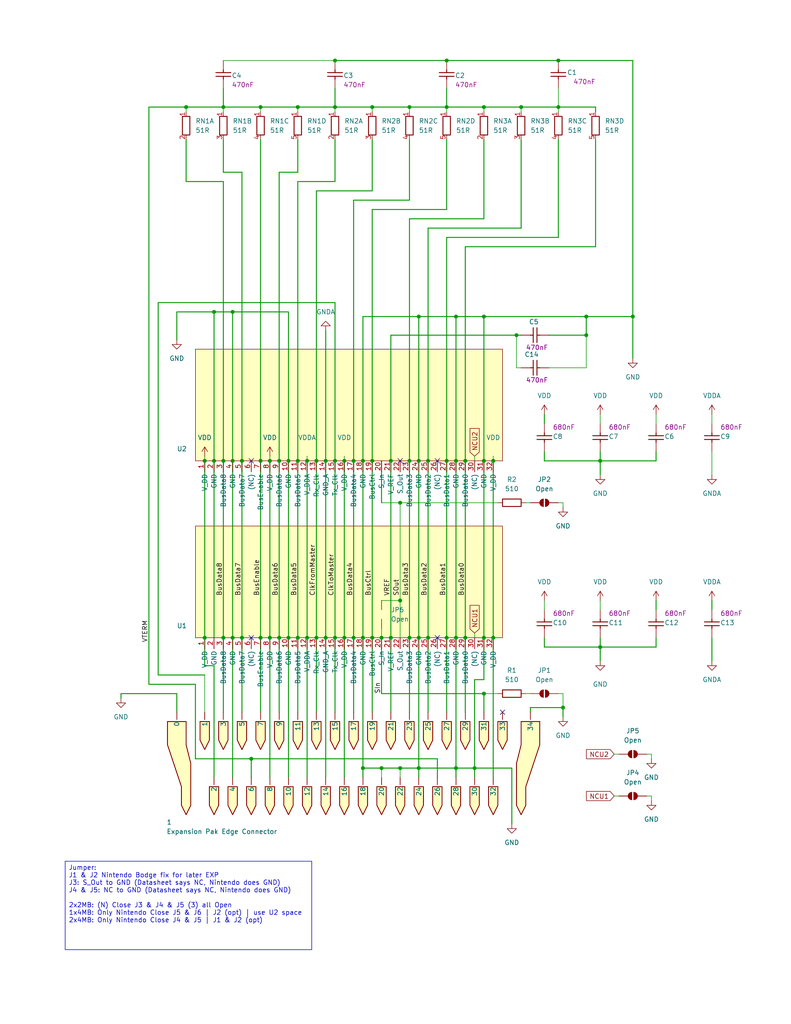
<source format=kicad_sch>
(kicad_sch (version 20250114) (generator "eeschema") (generator_version "9.0")
  (paper "A" portrait)
  (lib_symbols
    (symbol "1_MSM5718B70-60GS-K-Symbol-1_1"
      (property "Reference" "U1" (at -78.74 27.94 0))
      (symbol "1_MSM5718B70-60GS-K-Symbol-1_1_1_0"
        (pin passive line (at -71.12 25.4 270) (length 3) (name "V_DD") (number "1"))
        (pin passive line (at -68.58 25.4 270) (length 3) (name "GND") (number "2"))
        (pin passive line (at -66.04 25.4 270) (length 3) (name "BusData8") (number "3"))
        (pin passive line (at -63.5 25.4 270) (length 3) (name "GND") (number "4"))
        (pin passive line (at -60.96 25.4 270) (length 3) (name "BusData7") (number "5"))
        (pin passive line (at -58.42 25.4 270) (length 3) (name "(NC)") (number "6"))
        (pin passive line (at -55.88 25.4 270) (length 3) (name "BusEnable") (number "7"))
        (pin passive line (at -53.34 25.4 270) (length 3) (name "V_DD") (number "8"))
        (pin passive line (at -50.8 25.4 270) (length 3) (name "BusData6") (number "9"))
        (pin passive line (at -48.26 25.4 270) (length 3) (name "GND") (number "10"))
        (pin passive line (at -45.72 25.4 270) (length 3) (name "BusData5") (number "11"))
        (pin passive line (at -43.18 25.4 270) (length 3) (name "V_DDA") (number "12"))
        (pin passive line (at -40.64 25.4 270) (length 3) (name "Rx_Clk") (number "13"))
        (pin passive line (at -38.1 25.4 270) (length 3) (name "GND_A") (number "14"))
        (pin passive line (at -35.56 25.4 270) (length 3) (name "Tx_Clk") (number "15"))
        (pin passive line (at -33.02 25.4 270) (length 3) (name "V_DD") (number "16"))
        (pin passive line (at -30.48 25.4 270) (length 3) (name "BusData4") (number "17"))
        (pin passive line (at -27.94 25.4 270) (length 3) (name "GND") (number "18"))
        (pin passive line (at -25.4 25.4 270) (length 3) (name "BusCtrl") (number "19"))
        (pin passive line (at -22.86 25.4 270) (length 3) (name "S_In") (number "20"))
        (pin passive line (at -20.32 25.4 270) (length 3) (name "V_REF") (number "21"))
        (pin passive line (at -17.78 25.4 270) (length 3) (name "S_Out") (number "22"))
        (pin passive line (at -15.24 25.4 270) (length 3) (name "BusData3") (number "23"))
        (pin passive line (at -12.7 25.4 270) (length 3) (name "GND") (number "24"))
        (pin passive line (at -10.16 25.4 270) (length 3) (name "BusData2") (number "25"))
        (pin passive line (at -7.62 25.4 270) (length 3) (name "(NC)") (number "26"))
        (pin passive line (at -5.08 25.4 270) (length 3) (name "BusData1") (number "27"))
        (pin passive line (at -2.54 25.4 270) (length 3) (name "GND") (number "28"))
        (pin passive line (at 0 25.4 270) (length 3) (name "BusData0") (number "29"))
        (pin passive line (at 2.54 25.4 270) (length 3) (name "(NC)") (number "30"))
        (pin passive line (at 5.08 25.4 270) (length 3) (name "GND") (number "31"))
        (pin passive line (at 7.62 25.4 270) (length 3) (name "V_DD") (number "32"))
      )
    )
    (symbol "Symbols:0_Expansion Pak Edge Connector-Symbol-1"
      (property "Value" "0_Expansion Pak Edge Connector-Symbol-1" (at 0 0 0))
      (symbol "0_Expansion Pak Edge Connector-Symbol-1_1_0"
        (pin passive line (at -48.26 15.24 270) (length 2) (name "0") (number "0"))
        (pin passive line (at -40.64 15.24 270) (length 2) (name "1") (number "1"))
        (pin passive line (at -38.1 -2.54 270) (length 2) (name "2") (number "2"))
        (pin passive line (at -35.56 15.24 270) (length 2) (name "3") (number "3"))
        (pin passive line (at -33.02 -2.54 270) (length 2) (name "4") (number "4"))
        (pin passive line (at -30.48 15.24 270) (length 2) (name "5") (number "5"))
        (pin passive line (at -27.94 -2.54 270) (length 2) (name "6") (number "6"))
        (pin passive line (at -25.4 15.24 270) (length 2) (name "7") (number "7"))
        (pin passive line (at -22.86 -2.54 270) (length 2) (name "8") (number "8"))
        (pin passive line (at -20.32 15.24 270) (length 2) (name "9") (number "9"))
        (pin passive line (at -17.78 -2.54 270) (length 2) (name "10") (number "10"))
        (pin passive line (at -15.24 15.24 270) (length 2) (name "11") (number "11"))
        (pin passive line (at -12.7 -2.54 270) (length 2) (name "12") (number "12"))
        (pin passive line (at -10.16 15.24 270) (length 2) (name "13") (number "13"))
        (pin passive line (at -7.62 -2.54 270) (length 2) (name "14") (number "14"))
        (pin passive line (at -5.08 15.24 270) (length 2) (name "15") (number "15"))
        (pin passive line (at -2.54 -2.54 270) (length 2) (name "16") (number "16"))
        (pin passive line (at 0 15.24 270) (length 2) (name "17") (number "17"))
        (pin passive line (at 2.54 -2.54 270) (length 2) (name "18") (number "18"))
        (pin passive line (at 5.08 15.24 270) (length 2) (name "19") (number "19"))
        (pin passive line (at 7.62 -2.54 270) (length 2) (name "20") (number "20"))
        (pin passive line (at 10.16 15.24 270) (length 2) (name "21") (number "21"))
        (pin passive line (at 12.7 -2.54 270) (length 2) (name "22") (number "22"))
        (pin passive line (at 15.24 15.24 270) (length 2) (name "23") (number "23"))
        (pin passive line (at 17.78 -2.54 270) (length 2) (name "24") (number "24"))
        (pin passive line (at 20.32 15.24 270) (length 2) (name "25") (number "25"))
        (pin passive line (at 22.86 -2.54 270) (length 2) (name "26") (number "26"))
        (pin passive line (at 25.4 15.24 270) (length 2) (name "27") (number "27"))
        (pin passive line (at 27.94 -2.54 270) (length 2) (name "28") (number "28"))
        (pin passive line (at 30.48 15.24 270) (length 2) (name "29") (number "29"))
        (pin passive line (at 33.02 -2.54 270) (length 2) (name "30") (number "30"))
        (pin passive line (at 35.56 15.24 270) (length 2) (name "31") (number "31"))
        (pin passive line (at 38.1 -2.54 270) (length 2) (name "32") (number "32"))
        (pin passive line (at 40.64 15.24 270) (length 2) (name "33") (number "33"))
        (pin passive line (at 48.26 15.24 270) (length 2) (name "34") (number "34"))
      )
    )
    (symbol "Symbols:1_SYM-94265da154d84be1-1"
      (property "Value" "1_SYM-94265da154d84be1-1" (at 0 0 0))
      (symbol "1_SYM-94265da154d84be1-1_1_0"
        (pin passive line (at 0 7.62 270) (length 2.54) (name "2") (number "2"))
        (pin passive line (at 0 0 90) (length 2.54) (name "1") (number "1"))
      )
    )
    (symbol "Symbols:GND" (power) (pin_numbers (hide yes)) (pin_names (offset 0) (hide yes))
      (property "Value" "GND" (at 0 -3.81 0))
      (symbol "GND_1_1"
        (pin power_in line (at 0 0 270) (length 0) (name "~") (number "1"))
      )
    )
    (symbol "Symbols:GNDA" (power) (pin_numbers (hide yes)) (pin_names (offset 0) (hide yes))
      (property "Value" "GNDA" (at 0 -3.81 0))
      (symbol "GNDA_1_1"
        (pin power_in line (at 0 0 270) (length 0) (name "~") (number "1"))
      )
    )
    (symbol "Symbols:R" (pin_numbers (hide yes)) (pin_names (offset 0))
      (property "Reference" "R" (at 2.032 0 90))
      (property "Value" "R" (at 0 0 90))
      (symbol "R_1_1"
        (pin passive line (at 0 3.81 270) (length 1.27) (name "~") (number "1"))
        (pin passive line (at 0 -3.81 90) (length 1.27) (name "~") (number "2"))
      )
    )
    (symbol "Symbols:R_Network04_Split" (pin_names (offset 0) (hide yes))
      (property "Reference" "RN" (at 2.032 0 90))
      (property "Value" "R_Network04_Split" (at 0 0 90))
      (symbol "R_Network04_Split_0_1"
        (pin passive line (at 0 3.81 270) (length 1.27) (name "R1") (number "1"))
      )
      (symbol "R_Network04_Split_1_1"
        (pin passive line (at 0 -3.81 90) (length 1.27) (name "R1.2") (number "2"))
      )
      (symbol "R_Network04_Split_2_1"
        (pin passive line (at 0 -3.81 90) (length 1.27) (name "R2.2") (number "3"))
      )
      (symbol "R_Network04_Split_3_1"
        (pin passive line (at 0 -3.81 90) (length 1.27) (name "R3.2") (number "4"))
      )
      (symbol "R_Network04_Split_4_1"
        (pin passive line (at 0 -3.81 90) (length 1.27) (name "R4.2") (number "5"))
      )
    )
    (symbol "Symbols:SolderJumper_2_Open" (pin_numbers (hide yes)) (pin_names (offset 0) (hide yes)) (exclude_from_sim yes) (in_bom no)
      (property "Reference" "JP" (at 0 2.032 0))
      (property "Value" "SolderJumper_2_Open" (at 0 -2.54 0))
      (symbol "SolderJumper_2_Open_1_1"
        (pin passive line (at -3.81 0 0) (length 2.54) (name "A") (number "1"))
        (pin passive line (at 3.81 0 180) (length 2.54) (name "B") (number "2"))
      )
    )
    (symbol "Symbols:VDD" (power) (pin_numbers (hide yes)) (pin_names (offset 0) (hide yes))
      (property "Value" "VDD" (at 0 3.556 0))
      (symbol "VDD_1_1"
        (pin power_in line (at 0 0 90) (length 0) (name "~") (number "1"))
      )
    )
    (symbol "Symbols:VDDA" (power) (pin_numbers (hide yes)) (pin_names (offset 0) (hide yes))
      (property "Value" "VDDA" (at 0 3.556 0))
      (symbol "VDDA_1_1"
        (pin power_in line (at 0 0 90) (length 0) (name "~") (number "1"))
      )
    )
  )
  (text_box "Jumper:\nJ1 & J2 Nintendo Bodge fix for later EXP\nJ3: S_Out to GND (Datasheet says NC, Nintendo does GND)\nJ4 & J5: NC to GND (Datasheet says NC, Nintendo does GND)\n\n2x2MB: (N) Close J3 & J4 & J5 (3) all Open\n1x4MB: Only Nintendo Close J5 & J6 | J2 (opt) | use U2 space\n2x4MB: Only Nintendo Close J4 & J5 | J1 & J2 (opt)" (at 17.78 234.95 0) (size 67.31 24.13) (margins 0.9525 0.9525 0.9525 0.9525) (effects (font (size 1.27 1.27)) (justify left top)))
  (junction (at 111.76 29.21))
  (junction (at 86.36 125.73))
  (junction (at 73.66 125.73))
  (junction (at 63.5 85.09))
  (junction (at 78.74 173.99))
  (junction (at 91.44 125.73))
  (junction (at 96.52 173.99))
  (junction (at 134.62 125.73))
  (junction (at 160.02 86.36))
  (junction (at 121.92 125.73))
  (junction (at 106.68 173.99))
  (junction (at 71.12 29.21))
  (junction (at 140.97 91.44))
  (junction (at 55.88 173.99))
  (junction (at 55.88 125.73))
  (junction (at 109.22 137.16))
  (junction (at 106.68 125.73))
  (junction (at 111.76 173.99))
  (junction (at 66.04 173.99))
  (junction (at 71.12 173.99))
  (junction (at 127 173.99))
  (junction (at 114.3 173.99))
  (junction (at 91.44 16.51))
  (junction (at 73.66 173.99))
  (junction (at 121.92 29.21))
  (junction (at 152.4 29.21))
  (junction (at 116.84 173.99))
  (junction (at 127 125.73))
  (junction (at 88.9 173.99))
  (junction (at 152.4 16.51))
  (junction (at 81.28 29.21))
  (junction (at 104.14 173.99))
  (junction (at 163.83 125.73))
  (junction (at 114.3 86.36))
  (junction (at 66.04 125.73))
  (junction (at 109.22 163.83))
  (junction (at 78.74 125.73))
  (junction (at 60.96 29.21))
  (junction (at 121.92 173.99))
  (junction (at 132.08 189.23))
  (junction (at 104.14 209.55))
  (junction (at 101.6 125.73))
  (junction (at 91.44 173.99))
  (junction (at 83.82 173.99))
  (junction (at 63.5 125.73))
  (junction (at 124.46 125.73))
  (junction (at 124.46 173.99))
  (junction (at 160.02 91.44))
  (junction (at 99.06 125.73))
  (junction (at 163.83 176.53))
  (junction (at 93.98 173.99))
  (junction (at 68.58 207.01))
  (junction (at 114.3 209.55))
  (junction (at 101.6 29.21))
  (junction (at 63.5 173.99))
  (junction (at 134.62 173.99))
  (junction (at 91.44 29.21))
  (junction (at 132.08 86.36))
  (junction (at 76.2 125.73))
  (junction (at 86.36 173.99))
  (junction (at 124.46 86.36))
  (junction (at 111.76 125.73))
  (junction (at 109.22 209.55))
  (junction (at 101.6 173.99))
  (junction (at 129.54 209.55))
  (junction (at 50.8 29.21))
  (junction (at 132.08 173.99))
  (junction (at 116.84 125.73))
  (junction (at 99.06 173.99))
  (junction (at 71.12 125.73))
  (junction (at 153.67 193.04))
  (junction (at 81.28 125.73))
  (junction (at 121.92 16.51))
  (junction (at 96.52 125.73))
  (junction (at 60.96 125.73))
  (junction (at 124.46 209.55))
  (junction (at 99.06 209.55))
  (junction (at 114.3 125.73))
  (junction (at 81.28 173.99))
  (junction (at 88.9 125.73))
  (junction (at 76.2 173.99))
  (junction (at 58.42 125.73))
  (junction (at 172.72 86.36))
  (junction (at 60.96 173.99))
  (junction (at 93.98 125.73))
  (junction (at 58.42 85.09))
  (junction (at 132.08 29.21))
  (junction (at 83.82 125.73))
  (junction (at 132.08 125.73))
  (junction (at 142.24 29.21))
  (no_connect (at 68.58 173.99))
  (no_connect (at 109.22 125.73))
  (no_connect (at 119.38 173.99))
  (no_connect (at 119.38 125.73))
  (no_connect (at 137.16 194.31))
  (no_connect (at 68.58 125.73))
  (wire (pts (xy 33.02 189.23) (xy 33.02 190.5)) (stroke (width 0.254)))
  (wire (pts (xy 114.3 125.73) (xy 114.3 173.99)) (stroke (width 0.254)))
  (wire (pts (xy 88.9 90.17) (xy 88.9 125.73)) (stroke (width 0.254)))
  (wire (pts (xy 101.6 29.21) (xy 111.76 29.21)) (stroke (width 0.254)))
  (wire (pts (xy 83.82 125.73) (xy 83.82 173.99)) (stroke (width 0.254)))
  (wire (pts (xy 53.34 186.69) (xy 40.64 186.69)) (stroke (width 0.254)))
  (wire (pts (xy 144.78 194.31) (xy 144.78 193.04)) (stroke (width 0.254)))
  (wire (pts (xy 93.98 173.99) (xy 93.98 212.09)) (stroke (width 0.254)))
  (wire (pts (xy 121.92 29.21) (xy 132.08 29.21)) (stroke (width 0.254)))
  (wire (pts (xy 194.31 113.03) (xy 194.31 115.57)))
  (wire (pts (xy 91.44 24.13) (xy 91.44 29.21)) (stroke (width 0.254)))
  (wire (pts (xy 63.5 85.09) (xy 63.5 125.73)) (stroke (width 0.254)))
  (wire (pts (xy 81.28 49.53) (xy 81.28 125.73)) (stroke (width 0.254)))
  (wire (pts (xy 114.3 209.55) (xy 124.46 209.55)) (stroke (width 0.254)))
  (wire (pts (xy 71.12 29.21) (xy 81.28 29.21)) (stroke (width 0.254)))
  (wire (pts (xy 86.36 52.07) (xy 86.36 125.73)) (stroke (width 0.254)))
  (wire (pts (xy 121.92 24.13) (xy 121.92 29.21)) (stroke (width 0.254)))
  (wire (pts (xy 179.07 176.53) (xy 163.83 176.53)) (stroke (width 0.254)))
  (wire (pts (xy 83.82 173.99) (xy 83.82 212.09)) (stroke (width 0.254)))
  (wire (pts (xy 60.96 16.51) (xy 91.44 16.51)))
  (wire (pts (xy 106.68 91.44) (xy 140.97 91.44)) (stroke (width 0.254)))
  (wire (pts (xy 86.36 52.07) (xy 101.6 52.07)) (stroke (width 0.254)))
  (wire (pts (xy 55.88 184.15) (xy 43.18 184.15)) (stroke (width 0.254)))
  (wire (pts (xy 152.4 38.1) (xy 152.4 64.77)) (stroke (width 0.254)))
  (wire (pts (xy 58.42 85.09) (xy 63.5 85.09)) (stroke (width 0.254)))
  (wire (pts (xy 99.06 209.55) (xy 104.14 209.55)) (stroke (width 0.254)))
  (wire (pts (xy 109.22 137.16) (xy 135.89 137.16)))
  (wire (pts (xy 93.98 124.46) (xy 93.98 125.73)))
  (wire (pts (xy 194.31 123.19) (xy 194.31 129.54)))
  (wire (pts (xy 116.84 173.99) (xy 116.84 194.31)) (stroke (width 0.254)))
  (wire (pts (xy 160.02 86.36) (xy 172.72 86.36)) (stroke (width 0.254)))
  (wire (pts (xy 143.51 189.23) (xy 144.78 189.23)))
  (wire (pts (xy 148.59 125.73) (xy 148.59 123.19)) (stroke (width 0.254)))
  (wire (pts (xy 109.22 137.16) (xy 109.22 163.83)))
  (wire (pts (xy 116.84 62.23) (xy 116.84 125.73)) (stroke (width 0.254)))
  (wire (pts (xy 134.62 124.46) (xy 134.62 125.73)))
  (wire (pts (xy 109.22 209.55) (xy 109.22 212.09)))
  (wire (pts (xy 194.31 166.37) (xy 194.31 163.83)) (stroke (width 0.254)))
  (wire (pts (xy 40.64 186.69) (xy 40.64 29.21)) (stroke (width 0.254)))
  (wire (pts (xy 111.76 59.69) (xy 132.08 59.69)) (stroke (width 0.254)))
  (wire (pts (xy 163.83 125.73) (xy 163.83 129.54)) (stroke (width 0.254)))
  (wire (pts (xy 148.59 176.53) (xy 148.59 173.99)) (stroke (width 0.254)))
  (wire (pts (xy 140.97 91.44) (xy 140.97 100.33)))
  (wire (pts (xy 132.08 189.23) (xy 132.08 194.31)) (stroke (width 0.254)))
  (wire (pts (xy 163.83 176.53) (xy 148.59 176.53)) (stroke (width 0.254)))
  (wire (pts (xy 60.96 29.21) (xy 60.96 30.48)))
  (wire (pts (xy 152.4 24.13) (xy 152.4 29.21)))
  (wire (pts (xy 127 125.73) (xy 127 173.99)) (stroke (width 0.254)))
  (wire (pts (xy 132.08 173.99) (xy 132.08 185.42)) (stroke (width 0.254)))
  (wire (pts (xy 40.64 29.21) (xy 50.8 29.21)) (stroke (width 0.254)))
  (wire (pts (xy 55.88 124.46) (xy 55.88 125.73)))
  (wire (pts (xy 124.46 173.99) (xy 124.46 209.55)) (stroke (width 0.254)))
  (wire (pts (xy 121.92 64.77) (xy 152.4 64.77)) (stroke (width 0.254)))
  (wire (pts (xy 109.22 209.55) (xy 114.3 209.55)) (stroke (width 0.254)))
  (wire (pts (xy 142.24 38.1) (xy 142.24 62.23)) (stroke (width 0.254)))
  (wire (pts (xy 58.42 181.61) (xy 55.88 181.61)) (stroke (width 0.254)))
  (wire (pts (xy 71.12 173.99) (xy 71.12 194.31)) (stroke (width 0.254)))
  (wire (pts (xy 124.46 86.36) (xy 124.46 125.73)) (stroke (width 0.254)))
  (wire (pts (xy 143.51 137.16) (xy 144.78 137.16)))
  (wire (pts (xy 121.92 125.73) (xy 121.92 173.99)) (stroke (width 0.254)))
  (wire (pts (xy 73.66 173.99) (xy 73.66 212.09)) (stroke (width 0.254)))
  (wire (pts (xy 153.67 193.04) (xy 153.67 195.58)) (stroke (width 0.254)))
  (wire (pts (xy 153.67 138.43) (xy 153.67 137.16)))
  (wire (pts (xy 132.08 59.69) (xy 132.08 38.1)) (stroke (width 0.254)))
  (wire (pts (xy 81.28 29.21) (xy 91.44 29.21)) (stroke (width 0.254)))
  (wire (pts (xy 63.5 173.99) (xy 63.5 212.09)) (stroke (width 0.254)))
  (wire (pts (xy 129.54 185.42) (xy 132.08 185.42)) (stroke (width 0.254)))
  (wire (pts (xy 66.04 46.99) (xy 66.04 125.73)) (stroke (width 0.254)))
  (wire (pts (xy 148.59 163.83) (xy 148.59 166.37)))
  (wire (pts (xy 60.96 125.73) (xy 60.96 173.99)) (stroke (width 0.254)))
  (wire (pts (xy 93.98 125.73) (xy 93.98 173.99)) (stroke (width 0.254)))
  (wire (pts (xy 96.52 54.61) (xy 96.52 125.73)) (stroke (width 0.254)))
  (wire (pts (xy 91.44 125.73) (xy 91.44 173.99)) (stroke (width 0.254)))
  (wire (pts (xy 132.08 86.36) (xy 132.08 125.73)) (stroke (width 0.254)))
  (wire (pts (xy 134.62 125.73) (xy 134.62 173.99)) (stroke (width 0.254)))
  (wire (pts (xy 148.59 113.03) (xy 148.59 115.57)) (stroke (width 0.254)))
  (wire (pts (xy 144.78 193.04) (xy 153.67 193.04)) (stroke (width 0.254)))
  (wire (pts (xy 78.74 173.99) (xy 78.74 212.09)) (stroke (width 0.254)))
  (wire (pts (xy 78.74 125.73) (xy 78.74 173.99)) (stroke (width 0.254)))
  (wire (pts (xy 91.44 82.55) (xy 91.44 125.73)) (stroke (width 0.254)))
  (wire (pts (xy 114.3 86.36) (xy 124.46 86.36)) (stroke (width 0.254)))
  (wire (pts (xy 101.6 125.73) (xy 101.6 173.99)) (stroke (width 0.254)))
  (wire (pts (xy 172.72 16.51) (xy 172.72 86.36)) (stroke (width 0.254)))
  (wire (pts (xy 60.96 49.53) (xy 60.96 125.73)) (stroke (width 0.254)))
  (wire (pts (xy 177.8 217.17) (xy 176.53 217.17)))
  (wire (pts (xy 68.58 207.01) (xy 68.58 212.09)) (stroke (width 0.254)))
  (wire (pts (xy 124.46 86.36) (xy 132.08 86.36)) (stroke (width 0.254)))
  (wire (pts (xy 55.88 173.99) (xy 55.88 181.61)) (stroke (width 0.254)))
  (wire (pts (xy 91.44 38.1) (xy 91.44 49.53)) (stroke (width 0.254)))
  (wire (pts (xy 71.12 38.1) (xy 71.12 125.73)) (stroke (width 0.254)))
  (wire (pts (xy 81.28 125.73) (xy 81.28 173.99)) (stroke (width 0.254)))
  (wire (pts (xy 132.08 125.73) (xy 132.08 173.99)) (stroke (width 0.254)))
  (wire (pts (xy 104.14 137.16) (xy 109.22 137.16)))
  (wire (pts (xy 153.67 137.16) (xy 152.4 137.16)))
  (wire (pts (xy 142.24 100.33) (xy 140.97 100.33)))
  (wire (pts (xy 81.28 38.1) (xy 81.28 46.99)) (stroke (width 0.254)))
  (wire (pts (xy 162.56 29.21) (xy 162.56 30.48)) (stroke (width 0.254)))
  (wire (pts (xy 60.96 173.99) (xy 60.96 194.31)) (stroke (width 0.254)))
  (wire (pts (xy 106.68 125.73) (xy 106.68 173.99)) (stroke (width 0.254)))
  (wire (pts (xy 167.64 205.74) (xy 168.91 205.74)))
  (wire (pts (xy 66.04 173.99) (xy 66.04 194.31)) (stroke (width 0.254)))
  (wire (pts (xy 88.9 125.73) (xy 88.9 173.99)) (stroke (width 0.254)))
  (wire (pts (xy 48.26 85.09) (xy 58.42 85.09)) (stroke (width 0.254)))
  (wire (pts (xy 48.26 92.71) (xy 48.26 85.09)) (stroke (width 0.254)))
  (wire (pts (xy 43.18 82.55) (xy 43.18 184.15)) (stroke (width 0.254)))
  (wire (pts (xy 66.04 46.99) (xy 60.96 46.99)) (stroke (width 0.254)))
  (wire (pts (xy 81.28 29.21) (xy 81.28 30.48)))
  (wire (pts (xy 99.06 86.36) (xy 99.06 125.73)) (stroke (width 0.254)))
  (wire (pts (xy 163.83 113.03) (xy 163.83 115.57)))
  (wire (pts (xy 179.07 166.37) (xy 179.07 163.83)) (stroke (width 0.254)))
  (wire (pts (xy 86.36 125.73) (xy 86.36 173.99)) (stroke (width 0.254)))
  (wire (pts (xy 153.67 189.23) (xy 153.67 193.04)))
  (wire (pts (xy 139.7 224.79) (xy 139.7 209.55)) (stroke (width 0.254)))
  (wire (pts (xy 50.8 29.21) (xy 60.96 29.21)) (stroke (width 0.254)))
  (wire (pts (xy 149.86 100.33) (xy 160.02 100.33)))
  (wire (pts (xy 86.36 173.99) (xy 86.36 194.31)) (stroke (width 0.254)))
  (wire (pts (xy 63.5 125.73) (xy 63.5 173.99)) (stroke (width 0.254)))
  (wire (pts (xy 104.14 173.99) (xy 104.14 189.23)) (stroke (width 0.254)))
  (wire (pts (xy 50.8 29.21) (xy 50.8 30.48)))
  (wire (pts (xy 162.56 38.1) (xy 162.56 67.31)) (stroke (width 0.254)))
  (wire (pts (xy 152.4 30.48) (xy 152.4 29.21)))
  (wire (pts (xy 129.54 124.46) (xy 129.54 125.73)))
  (wire (pts (xy 179.07 113.03) (xy 179.07 115.57)))
  (wire (pts (xy 132.08 30.48) (xy 132.08 29.21)))
  (wire (pts (xy 50.8 38.1) (xy 50.8 49.53)) (stroke (width 0.254)))
  (wire (pts (xy 60.96 24.13) (xy 60.96 29.21)) (stroke (width 0.254)))
  (wire (pts (xy 114.3 173.99) (xy 114.3 209.55)) (stroke (width 0.254)))
  (wire (pts (xy 53.34 207.01) (xy 68.58 207.01)) (stroke (width 0.254)))
  (wire (pts (xy 179.07 123.19) (xy 179.07 125.73)) (stroke (width 0.254)))
  (wire (pts (xy 99.06 209.55) (xy 99.06 212.09)))
  (wire (pts (xy 142.24 29.21) (xy 152.4 29.21)) (stroke (width 0.254)))
  (wire (pts (xy 78.74 85.09) (xy 78.74 125.73)) (stroke (width 0.254)))
  (wire (pts (xy 101.6 57.15) (xy 121.92 57.15)) (stroke (width 0.254)))
  (wire (pts (xy 99.06 173.99) (xy 99.06 209.55)) (stroke (width 0.254)))
  (wire (pts (xy 76.2 125.73) (xy 76.2 173.99)) (stroke (width 0.254)))
  (wire (pts (xy 129.54 172.72) (xy 129.54 173.99)))
  (wire (pts (xy 43.18 82.55) (xy 91.44 82.55)) (stroke (width 0.254)))
  (wire (pts (xy 121.92 30.48) (xy 121.92 29.21)))
  (wire (pts (xy 101.6 173.99) (xy 101.6 194.31)) (stroke (width 0.254)))
  (wire (pts (xy 81.28 173.99) (xy 81.28 194.31)) (stroke (width 0.254)))
  (wire (pts (xy 127 173.99) (xy 127 194.31)) (stroke (width 0.254)))
  (wire (pts (xy 163.83 176.53) (xy 163.83 180.34)) (stroke (width 0.254)))
  (wire (pts (xy 119.38 207.01) (xy 119.38 212.09)) (stroke (width 0.254)))
  (wire (pts (xy 106.68 173.99) (xy 106.68 194.31)) (stroke (width 0.254)))
  (wire (pts (xy 179.07 173.99) (xy 179.07 176.53)) (stroke (width 0.254)))
  (wire (pts (xy 111.76 29.21) (xy 121.92 29.21)) (stroke (width 0.254)))
  (wire (pts (xy 132.08 86.36) (xy 160.02 86.36)) (stroke (width 0.254)))
  (wire (pts (xy 91.44 16.51) (xy 121.92 16.51)) (stroke (width 0.254)))
  (wire (pts (xy 76.2 173.99) (xy 76.2 194.31)) (stroke (width 0.254)))
  (wire (pts (xy 73.66 124.46) (xy 73.66 125.73)))
  (wire (pts (xy 104.14 125.73) (xy 104.14 137.16)) (stroke (width 0.254)))
  (wire (pts (xy 104.14 171.45) (xy 104.14 173.99)))
  (wire (pts (xy 114.3 209.55) (xy 114.3 212.09)))
  (wire (pts (xy 104.14 209.55) (xy 104.14 212.09)))
  (wire (pts (xy 76.2 46.99) (xy 76.2 125.73)) (stroke (width 0.254)))
  (wire (pts (xy 66.04 125.73) (xy 66.04 173.99)) (stroke (width 0.254)))
  (wire (pts (xy 68.58 207.01) (xy 119.38 207.01)) (stroke (width 0.254)))
  (wire (pts (xy 58.42 85.09) (xy 58.42 125.73)) (stroke (width 0.254)))
  (wire (pts (xy 91.44 173.99) (xy 91.44 194.31)) (stroke (width 0.254)))
  (wire (pts (xy 96.52 54.61) (xy 111.76 54.61)) (stroke (width 0.254)))
  (wire (pts (xy 111.76 125.73) (xy 111.76 173.99)) (stroke (width 0.254)))
  (wire (pts (xy 127 67.31) (xy 162.56 67.31)) (stroke (width 0.254)))
  (wire (pts (xy 179.07 125.73) (xy 163.83 125.73)) (stroke (width 0.254)))
  (wire (pts (xy 48.26 189.23) (xy 33.02 189.23)) (stroke (width 0.254)))
  (wire (pts (xy 152.4 189.23) (xy 153.67 189.23)))
  (wire (pts (xy 124.46 209.55) (xy 129.54 209.55)) (stroke (width 0.254)))
  (wire (pts (xy 167.64 217.17) (xy 168.91 217.17)))
  (wire (pts (xy 129.54 209.55) (xy 129.54 212.09)))
  (wire (pts (xy 104.14 163.83) (xy 109.22 163.83)))
  (wire (pts (xy 60.96 38.1) (xy 60.96 46.99)) (stroke (width 0.254)))
  (wire (pts (xy 48.26 194.31) (xy 48.26 189.23)) (stroke (width 0.254)))
  (wire (pts (xy 124.46 125.73) (xy 124.46 173.99)) (stroke (width 0.254)))
  (wire (pts (xy 132.08 29.21) (xy 142.24 29.21)) (stroke (width 0.254)))
  (wire (pts (xy 124.46 209.55) (xy 124.46 212.09)) (stroke (width 0.254)))
  (wire (pts (xy 160.02 86.36) (xy 160.02 91.44)) (stroke (width 0.254)))
  (wire (pts (xy 163.83 125.73) (xy 163.83 123.19)) (stroke (width 0.254)))
  (wire (pts (xy 83.82 124.46) (xy 83.82 125.73)))
  (wire (pts (xy 55.88 184.15) (xy 55.88 194.31)))
  (wire (pts (xy 91.44 29.21) (xy 101.6 29.21)) (stroke (width 0.254)))
  (wire (pts (xy 177.8 218.44) (xy 177.8 217.17)))
  (wire (pts (xy 132.08 189.23) (xy 135.89 189.23)))
  (wire (pts (xy 129.54 212.09) (xy 129.54 209.55)) (stroke (width 0.254)))
  (wire (pts (xy 152.4 29.21) (xy 162.56 29.21)) (stroke (width 0.254)))
  (wire (pts (xy 99.06 86.36) (xy 114.3 86.36)) (stroke (width 0.254)))
  (wire (pts (xy 91.44 30.48) (xy 91.44 29.21)))
  (wire (pts (xy 58.42 212.09) (xy 58.42 181.61)) (stroke (width 0.254)))
  (wire (pts (xy 58.42 125.73) (xy 58.42 173.99)) (stroke (width 0.254)))
  (wire (pts (xy 163.83 163.83) (xy 163.83 166.37)))
  (wire (pts (xy 177.8 207.01) (xy 177.8 205.74)))
  (wire (pts (xy 124.46 209.55) (xy 124.46 212.09)))
  (wire (pts (xy 111.76 59.69) (xy 111.76 125.73)) (stroke (width 0.254)))
  (wire (pts (xy 71.12 29.21) (xy 71.12 30.48)))
  (wire (pts (xy 104.14 189.23) (xy 132.08 189.23)) (stroke (width 0.254)))
  (wire (pts (xy 88.9 173.99) (xy 88.9 212.09)) (stroke (width 0.254)))
  (wire (pts (xy 96.52 173.99) (xy 96.52 194.31)) (stroke (width 0.254)))
  (wire (pts (xy 121.92 16.51) (xy 152.4 16.51)) (stroke (width 0.254)))
  (wire (pts (xy 142.24 30.48) (xy 142.24 29.21)))
  (wire (pts (xy 127 67.31) (xy 127 125.73)) (stroke (width 0.254)))
  (wire (pts (xy 121.92 64.77) (xy 121.92 125.73)) (stroke (width 0.254)))
  (wire (pts (xy 73.66 125.73) (xy 73.66 173.99)) (stroke (width 0.254)))
  (wire (pts (xy 55.88 125.73) (xy 55.88 173.99)) (stroke (width 0.254)))
  (wire (pts (xy 71.12 125.73) (xy 71.12 173.99)) (stroke (width 0.254)))
  (wire (pts (xy 163.83 125.73) (xy 148.59 125.73)) (stroke (width 0.254)))
  (wire (pts (xy 60.96 49.53) (xy 50.8 49.53)) (stroke (width 0.254)))
  (wire (pts (xy 60.96 29.21) (xy 71.12 29.21)) (stroke (width 0.254)))
  (wire (pts (xy 101.6 38.1) (xy 101.6 52.07)) (stroke (width 0.254)))
  (wire (pts (xy 134.62 173.99) (xy 134.62 212.09)) (stroke (width 0.254)))
  (wire (pts (xy 101.6 57.15) (xy 101.6 125.73)) (stroke (width 0.254)))
  (wire (pts (xy 121.92 173.99) (xy 121.92 194.31)) (stroke (width 0.254)))
  (wire (pts (xy 194.31 180.34) (xy 194.31 173.99)) (stroke (width 0.254)))
  (wire (pts (xy 99.06 125.73) (xy 99.06 173.99)) (stroke (width 0.254)))
  (wire (pts (xy 160.02 91.44) (xy 149.86 91.44)) (stroke (width 0.254)))
  (wire (pts (xy 152.4 16.51) (xy 172.72 16.51)) (stroke (width 0.254)))
  (wire (pts (xy 111.76 30.48) (xy 111.76 29.21)))
  (wire (pts (xy 99.06 212.09) (xy 99.06 209.55)) (stroke (width 0.254)))
  (wire (pts (xy 140.97 91.44) (xy 142.24 91.44)) (stroke (width 0.254)))
  (wire (pts (xy 116.84 62.23) (xy 142.24 62.23)) (stroke (width 0.254)))
  (wire (pts (xy 163.83 176.53) (xy 163.83 173.99)) (stroke (width 0.254)))
  (wire (pts (xy 114.3 86.36) (xy 114.3 125.73)) (stroke (width 0.254)))
  (wire (pts (xy 111.76 173.99) (xy 111.76 194.31)) (stroke (width 0.254)))
  (wire (pts (xy 109.22 163.83) (xy 109.22 173.99)))
  (wire (pts (xy 160.02 100.33) (xy 160.02 91.44)))
  (wire (pts (xy 106.68 91.44) (xy 106.68 125.73)) (stroke (width 0.254)))
  (wire (pts (xy 101.6 30.48) (xy 101.6 29.21)))
  (wire (pts (xy 63.5 85.09) (xy 78.74 85.09)) (stroke (width 0.254)))
  (wire (pts (xy 53.34 207.01) (xy 53.34 186.69)) (stroke (width 0.254)))
  (wire (pts (xy 111.76 38.1) (xy 111.76 54.61)) (stroke (width 0.254)))
  (wire (pts (xy 96.52 125.73) (xy 96.52 173.99)) (stroke (width 0.254)))
  (wire (pts (xy 114.3 209.55) (xy 114.3 212.09)) (stroke (width 0.254)))
  (wire (pts (xy 172.72 86.36) (xy 172.72 97.79)) (stroke (width 0.254)))
  (wire (pts (xy 76.2 46.99) (xy 81.28 46.99)) (stroke (width 0.254)))
  (wire (pts (xy 129.54 209.55) (xy 129.54 185.42)) (stroke (width 0.254)))
  (wire (pts (xy 177.8 205.74) (xy 176.53 205.74)))
  (wire (pts (xy 104.14 209.55) (xy 109.22 209.55)) (stroke (width 0.254)))
  (wire (pts (xy 129.54 209.55) (xy 139.7 209.55)) (stroke (width 0.254)))
  (wire (pts (xy 81.28 49.53) (xy 91.44 49.53)) (stroke (width 0.254)))
  (wire (pts (xy 116.84 125.73) (xy 116.84 173.99)) (stroke (width 0.254)))
  (wire (pts (xy 121.92 57.15) (xy 121.92 38.1)) (stroke (width 0.254)))
  (label "BusData4" (at 96.52 162.56 90))
  (label "ClkToMaster" (at 91.44 162.56 90))
  (label "VREF" (at 106.68 162.56 90))
  (label "BusData7" (at 66.04 162.56 90))
  (label "BusEnable" (at 71.12 162.56 90))
  (label "SOut" (at 109.22 162.56 90))
  (label "VTERM" (at 40.64 175.26 90))
  (label "BusData8" (at 60.96 162.56 90))
  (label "BusData6" (at 76.2 162.56 90))
  (label "BusCtrl" (at 101.6 162.56 90))
  (label "BusData3" (at 111.76 162.56 90))
  (label "SIn" (at 104.14 189.23 90))
  (label "BusData0" (at 127 162.56 90))
  (label "BusData1" (at 121.92 162.56 90))
  (label "BusData5" (at 81.28 162.56 90))
  (label "ClkFromMaster" (at 86.36 162.56 90))
  (label "BusData2" (at 116.84 162.56 90))
  (global_label "NCU1" (shape input) (at 167.64 217.17 180) (property "Intersheetrefs" "${INTERSHEET_REFS}" (effects (hide yes))))
  (global_label "NCU1" (shape input) (at 129.54 172.72 90) (property "Intersheetrefs" "${INTERSHEET_REFS}" (effects (hide yes))))
  (global_label "NCU2" (shape input) (at 129.54 124.46 90) (property "Intersheetrefs" "${INTERSHEET_REFS}" (effects (hide yes))))
  (global_label "NCU2" (shape input) (at 167.64 205.74 180) (property "Intersheetrefs" "${INTERSHEET_REFS}" (effects (hide yes))))
  (symbol (lib_id "Symbols:1_SYM-94265da154d84be1-1") (at 152.4 16.51 180) (unit 1)
    (property "Reference" "C1" (at 157.48 19.05 0) (effects (justify left bottom)))
    (property "Value" "470nF" (effects (hide yes)))
    (property "Footprint" "Capacitor_SMD:C_0603_1608Metric" (effects (hide yes)))
    (property "CAPACITANCE" "470nF" (at 162.56 21.59 0) (effects (justify left bottom)))
    (property "OCTOPART URL" "https://octopart.com/c0805c185k8pac7800-kemet-25528867" (effects (hide yes)))
    (property "MOUNTING STYLE" "Surface Mount" (effects (hide yes)))
    (property "CASE/PACKAGE" "0805" (effects (hide yes)))
    (property "LCSC" "C1623" (effects (hide yes)))
  )
  (symbol (lib_id "Symbols:R_Network04_Split") (at 111.76 34.29 0) (unit 3)
    (property "Reference" "RN2" (at 114.3 33.0199 0) (effects (justify left)))
    (property "Value" "51R" (at 114.3 35.5599 0) (effects (justify left)))
    (property "Footprint" "Footprints:R_Array_Convex_4x0603_common" (effects (hide yes)))
    (property "Datasheet" "http://www.vishay.com/docs/31509/csc.pdf" (effects (hide yes)))
    (property "Description" "4 resistor network, star topology, bussed resistors, split" (effects (hide yes)))
    (property "LCSC" "C309683" (effects (hide yes)))
  )
  (symbol (lib_id "Symbols:GND") (at 163.83 129.54 0) (unit 1)
    (property "Reference" "#PWR024" (effects (hide yes)))
    (property "Value" "GND" (at 163.83 134.62 0))
    (property "Description" "Power symbol creates a global label with name \"GND\" , ground" (effects (hide yes)))
  )
  (symbol (lib_id "Symbols:1_SYM-94265da154d84be1-1") (at 91.44 24.13 0) (unit 1)
    (property "Reference" "C3" (at 93.726 21.336 0) (effects (justify left bottom)))
    (property "Value" "470nF" (effects (hide yes)))
    (property "Footprint" "Capacitor_SMD:C_0603_1608Metric" (effects (hide yes)))
    (property "CAPACITANCE" "470nF" (at 93.726 23.876 0) (effects (justify left bottom)))
    (property "OCTOPART URL" "https://octopart.com/c0805c185k8pac7800-kemet-25528867" (effects (hide yes)))
    (property "MOUNTING STYLE" "Surface Mount" (effects (hide yes)))
    (property "CASE/PACKAGE" "0805" (effects (hide yes)))
    (property "LCSC" "C1623" (effects (hide yes)))
  )
  (symbol (lib_id "Symbols:1_SYM-94265da154d84be1-1") (at 60.96 24.13 0) (unit 1)
    (property "Reference" "C4" (at 63.246 21.336 0) (effects (justify left bottom)))
    (property "Value" "470nF" (effects (hide yes)))
    (property "Footprint" "Capacitor_SMD:C_0603_1608Metric" (effects (hide yes)))
    (property "CAPACITANCE" "470nF" (at 63.246 23.876 0) (effects (justify left bottom)))
    (property "OCTOPART URL" "https://octopart.com/c0805c185k8pac7800-kemet-25528867" (effects (hide yes)))
    (property "MOUNTING STYLE" "Surface Mount" (effects (hide yes)))
    (property "CASE/PACKAGE" "0805" (effects (hide yes)))
    (property "LCSC" "C1623" (effects (hide yes)))
  )
  (symbol (lib_id "Symbols:SolderJumper_2_Open") (at 148.59 189.23 0) (unit 1) (exclude_from_sim yes) (in_bom no)
    (property "Reference" "JP1" (at 148.59 182.88 0))
    (property "Value" "Open" (at 148.59 185.42 0))
    (property "Footprint" "Footprints:SolderJumper-tiny" (effects (hide yes)))
    (property "Description" "Solder Jumper, 2-pole, open" (effects (hide yes)))
  )
  (symbol (lib_id "Symbols:GND") (at 48.26 92.71 0) (unit 1)
    (property "Reference" "#PWR02" (effects (hide yes)))
    (property "Value" "GND" (at 48.26 97.79 0))
    (property "Description" "Power symbol creates a global label with name \"GND\" , ground" (effects (hide yes)))
  )
  (symbol (lib_id "Symbols:VDD") (at 73.66 124.46 0) (unit 1)
    (property "Reference" "#PWR010" (effects (hide yes)))
    (property "Value" "VDD" (at 73.66 119.38 0))
    (property "Description" "Power symbol creates a global label with name \"VDD\"" (effects (hide yes)))
  )
  (symbol (lib_id "Symbols:R_Network04_Split") (at 50.8 34.29 0) (unit 1)
    (property "Reference" "RN1" (at 53.34 33.0199 0) (effects (justify left)))
    (property "Value" "51R" (at 53.34 35.5599 0) (effects (justify left)))
    (property "Footprint" "Footprints:R_Array_Convex_4x0603_common" (effects (hide yes)))
    (property "Datasheet" "http://www.vishay.com/docs/31509/csc.pdf" (effects (hide yes)))
    (property "Description" "4 resistor network, star topology, bussed resistors, split" (effects (hide yes)))
    (property "LCSC" "C309683" (effects (hide yes)))
  )
  (symbol (lib_id "Symbols:R_Network04_Split") (at 121.92 34.29 0) (unit 4)
    (property "Reference" "RN2" (at 124.46 33.0199 0) (effects (justify left)))
    (property "Value" "51R" (at 124.46 35.5599 0) (effects (justify left)))
    (property "Footprint" "Footprints:R_Array_Convex_4x0603_common" (effects (hide yes)))
    (property "Datasheet" "http://www.vishay.com/docs/31509/csc.pdf" (effects (hide yes)))
    (property "Description" "4 resistor network, star topology, bussed resistors, split" (effects (hide yes)))
    (property "LCSC" "C309683" (effects (hide yes)))
  )
  (symbol (lib_id "Symbols:R") (at 139.7 137.16 90) (unit 1)
    (property "Reference" "R2" (at 139.7 130.81 90))
    (property "Value" "510" (at 139.7 133.35 90))
    (property "Footprint" "Resistor_SMD:R_0603_1608Metric" (effects (hide yes)))
    (property "Description" "Resistor" (effects (hide yes)))
    (property "LCSC" "C23193" (effects (hide yes)))
  )
  (symbol (lib_name "1_MSM5718B70-60GS-K-Symbol-1_1") (lib_id "Symbols:1_MSM5718B70-60GS-K-Symbol-1_1") (at 127 199.39 0) (unit 1)
    (property "Reference" "U1" (at 48.26 171.45 0) (effects (justify left bottom)))
    (property "Value" "MSM5718B70-60GS-K" (effects (hide yes)))
    (property "Footprint" "Footprints:N64_RDRAM" (effects (hide yes)))
    (property "MANUFACTURER PART NUMBER" "MSM5718B70-60GS-K" (effects (hide yes)))
    (property "OCTOPARTID" "1602df356a6ec9c5" (effects (hide yes)))
    (property "OCTOPART URL" "https://octopart.com/msm5718b70-60gs-k-oki+semiconductor-4020490" (effects (hide yes)))
  )
  (symbol (lib_id "Symbols:1_SYM-94265da154d84be1-1") (at 149.86 91.44 90) (unit 1)
    (property "Reference" "C5" (at 147.066 87.08 90) (effects (justify left bottom)))
    (property "Value" "470nF" (effects (hide yes)))
    (property "Footprint" "Capacitor_SMD:C_0603_1608Metric" (effects (hide yes)))
    (property "CAPACITANCE" "470nF" (at 149.606 94.08 90) (effects (justify left bottom)))
    (property "OCTOPART URL" "https://octopart.com/c0805c185k8pac7800-kemet-25528867" (effects (hide yes)))
    (property "MOUNTING STYLE" "Surface Mount" (effects (hide yes)))
    (property "CASE/PACKAGE" "0805" (effects (hide yes)))
    (property "LCSC" "C1623" (effects (hide yes)))
  )
  (symbol (lib_id "Symbols:1_SYM-94265da154d84be1-1") (at 179.07 115.57 0) (mirror x) (unit 1)
    (property "Reference" "C6" (at 181.356 118.364 0) (effects (justify left bottom)))
    (property "Value" "680nF" (effects (hide yes)))
    (property "Footprint" "Capacitor_SMD:C_0603_1608Metric" (effects (hide yes)))
    (property "CAPACITANCE" "680nF" (at 181.356 115.824 0) (effects (justify left bottom)))
    (property "OCTOPART URL" "https://octopart.com/c0805c185k8pac7800-kemet-25528867" (effects (hide yes)))
    (property "MOUNTING STYLE" "Surface Mount" (effects (hide yes)))
    (property "CASE/PACKAGE" "0805" (effects (hide yes)))
    (property "LCSC" "C327005" (effects (hide yes)))
  )
  (symbol (lib_id "Symbols:GND") (at 153.67 138.43 0) (unit 1)
    (property "Reference" "#PWR019" (effects (hide yes)))
    (property "Value" "GND" (at 153.67 143.51 0))
    (property "Description" "Power symbol creates a global label with name \"GND\" , ground" (effects (hide yes)))
  )
  (symbol (lib_id "Symbols:SolderJumper_2_Open") (at 172.72 205.74 0) (unit 1) (exclude_from_sim yes) (in_bom no)
    (property "Reference" "JP5" (at 172.72 199.39 0))
    (property "Value" "Open" (at 172.72 201.93 0))
    (property "Footprint" "Footprints:SolderJumper-tiny" (effects (hide yes)))
    (property "Description" "Solder Jumper, 2-pole, open" (effects (hide yes)))
  )
  (symbol (lib_id "Symbols:1_SYM-94265da154d84be1-1") (at 163.83 166.37 0) (mirror x) (unit 1)
    (property "Reference" "C11" (at 166.116 169.164 0) (effects (justify left bottom)))
    (property "Value" "680nF" (effects (hide yes)))
    (property "Footprint" "Capacitor_SMD:C_0603_1608Metric" (effects (hide yes)))
    (property "CAPACITANCE" "680nF" (at 166.116 166.624 0) (effects (justify left bottom)))
    (property "OCTOPART URL" "https://octopart.com/c0805c185k8pac7800-kemet-25528867" (effects (hide yes)))
    (property "MOUNTING STYLE" "Surface Mount" (effects (hide yes)))
    (property "CASE/PACKAGE" "0805" (effects (hide yes)))
    (property "LCSC" "C327005" (effects (hide yes)))
  )
  (symbol (lib_id "Symbols:1_SYM-94265da154d84be1-1") (at 194.31 166.37 0) (mirror x) (unit 1)
    (property "Reference" "C13" (at 196.596 169.164 0) (effects (justify left bottom)))
    (property "Value" "680nF" (effects (hide yes)))
    (property "Footprint" "Capacitor_SMD:C_0603_1608Metric" (effects (hide yes)))
    (property "CAPACITANCE" "680nF" (at 196.596 166.624 0) (effects (justify left bottom)))
    (property "OCTOPART URL" "https://octopart.com/c0805c185k8pac7800-kemet-25528867" (effects (hide yes)))
    (property "MOUNTING STYLE" "Surface Mount" (effects (hide yes)))
    (property "CASE/PACKAGE" "0805" (effects (hide yes)))
    (property "LCSC" "C327005" (effects (hide yes)))
  )
  (symbol (lib_id "Symbols:SolderJumper_2_Open") (at 104.14 167.64 90) (unit 1) (exclude_from_sim yes) (in_bom no)
    (property "Reference" "JP6" (at 106.68 166.3699 90) (effects (justify right)))
    (property "Value" "Open" (at 106.68 168.9099 90) (effects (justify right)))
    (property "Footprint" "Footprints:SolderJumper-tiny" (effects (hide yes)))
    (property "Description" "Solder Jumper, 2-pole, open" (effects (hide yes)))
  )
  (symbol (lib_id "Symbols:GND") (at 33.02 190.5 0) (unit 1)
    (property "Reference" "#PWR026" (effects (hide yes)))
    (property "Value" "GND" (at 33.02 195.58 0))
    (property "Description" "Power symbol creates a global label with name \"GND\" , ground" (effects (hide yes)))
  )
  (symbol (lib_id "Symbols:R_Network04_Split") (at 142.24 34.29 0) (unit 2)
    (property "Reference" "RN3" (at 144.78 33.0199 0) (effects (justify left)))
    (property "Value" "51R" (at 144.78 35.5599 0) (effects (justify left)))
    (property "Footprint" "Footprints:R_Array_Convex_4x0603_common" (effects (hide yes)))
    (property "Datasheet" "http://www.vishay.com/docs/31509/csc.pdf" (effects (hide yes)))
    (property "Description" "4 resistor network, star topology, bussed resistors, split" (effects (hide yes)))
    (property "LCSC" "C309683" (effects (hide yes)))
  )
  (symbol (lib_id "Symbols:GND") (at 139.7 224.79 0) (unit 1)
    (property "Reference" "#PWR021" (effects (hide yes)))
    (property "Value" "GND" (at 139.7 229.87 0))
    (property "Description" "Power symbol creates a global label with name \"GND\" , ground" (effects (hide yes)))
  )
  (symbol (lib_id "Symbols:R_Network04_Split") (at 132.08 34.29 0) (unit 1)
    (property "Reference" "RN3" (at 134.62 33.0199 0) (effects (justify left)))
    (property "Value" "51R" (at 134.62 35.5599 0) (effects (justify left)))
    (property "Footprint" "Footprints:R_Array_Convex_4x0603_common" (effects (hide yes)))
    (property "Datasheet" "http://www.vishay.com/docs/31509/csc.pdf" (effects (hide yes)))
    (property "Description" "4 resistor network, star topology, bussed resistors, split" (effects (hide yes)))
    (property "LCSC" "C309683" (effects (hide yes)))
  )
  (symbol (lib_id "Symbols:VDD") (at 179.07 113.03 0) (mirror y) (unit 1)
    (property "Reference" "#PWR07" (effects (hide yes)))
    (property "Value" "VDD" (at 179.07 107.95 0))
    (property "Description" "Power symbol creates a global label with name \"VDD\"" (effects (hide yes)))
  )
  (symbol (lib_id "Symbols:GNDA") (at 88.9 90.17 180) (unit 1)
    (property "Reference" "#PWR01" (effects (hide yes)))
    (property "Value" "GNDA" (at 88.9 85.09 0))
    (property "Description" "Power symbol creates a global label with name \"GNDA\" , analog ground" (effects (hide yes)))
  )
  (symbol (lib_id "Symbols:0_Expansion Pak Edge Connector-Symbol-1") (at 96.52 209.55 0) (unit 1)
    (property "Reference" "1" (at 45.466 225.044 0) (effects (justify left bottom)))
    (property "Value" "Expansion Pak Edge Connector" (at 45.466 227.584 0) (effects (justify left bottom)))
    (property "Footprint" "Footprints:N64_Expansion_Edge_Connector" (effects (hide yes)))
    (property "CUSTOMCOMPONENTID" "xokp8yfewq91cwnuo631" (effects (hide yes)))
  )
  (symbol (lib_id "Symbols:GNDA") (at 194.31 129.54 0) (unit 1)
    (property "Reference" "#PWR023" (effects (hide yes)))
    (property "Value" "GNDA" (at 194.31 134.62 0))
    (property "Description" "Power symbol creates a global label with name \"GNDA\" , analog ground" (effects (hide yes)))
  )
  (symbol (lib_id "Symbols:1_SYM-94265da154d84be1-1") (at 149.86 100.33 90) (unit 1)
    (property "Reference" "C14" (at 147.066 95.97 90) (effects (justify left bottom)))
    (property "Value" "470nF" (effects (hide yes)))
    (property "Footprint" "Capacitor_SMD:C_0603_1608Metric" (effects (hide yes)))
    (property "CAPACITANCE" "470nF" (at 149.606 102.97 90) (effects (justify left bottom)))
    (property "OCTOPART URL" "https://octopart.com/c0805c185k8pac7800-kemet-25528867" (effects (hide yes)))
    (property "MOUNTING STYLE" "Surface Mount" (effects (hide yes)))
    (property "CASE/PACKAGE" "0805" (effects (hide yes)))
    (property "LCSC" "C1623" (effects (hide yes)))
  )
  (symbol (lib_id "Symbols:VDD") (at 179.07 163.83 0) (mirror y) (unit 1)
    (property "Reference" "#PWR016" (effects (hide yes)))
    (property "Value" "VDD" (at 179.07 158.75 0))
    (property "Description" "Power symbol creates a global label with name \"VDD\"" (effects (hide yes)))
  )
  (symbol (lib_id "Symbols:R_Network04_Split") (at 81.28 34.29 0) (unit 4)
    (property "Reference" "RN1" (at 83.82 33.0199 0) (effects (justify left)))
    (property "Value" "51R" (at 83.82 35.5599 0) (effects (justify left)))
    (property "Footprint" "Footprints:R_Array_Convex_4x0603_common" (effects (hide yes)))
    (property "Datasheet" "http://www.vishay.com/docs/31509/csc.pdf" (effects (hide yes)))
    (property "Description" "4 resistor network, star topology, bussed resistors, split" (effects (hide yes)))
    (property "LCSC" "C309683" (effects (hide yes)))
  )
  (symbol (lib_id "Symbols:R_Network04_Split") (at 71.12 34.29 0) (unit 3)
    (property "Reference" "RN1" (at 73.66 33.0199 0) (effects (justify left)))
    (property "Value" "51R" (at 73.66 35.5599 0) (effects (justify left)))
    (property "Footprint" "Footprints:R_Array_Convex_4x0603_common" (effects (hide yes)))
    (property "Datasheet" "http://www.vishay.com/docs/31509/csc.pdf" (effects (hide yes)))
    (property "Description" "4 resistor network, star topology, bussed resistors, split" (effects (hide yes)))
    (property "LCSC" "C309683" (effects (hide yes)))
  )
  (symbol (lib_id "Symbols:VDD") (at 148.59 163.83 0) (mirror y) (unit 1)
    (property "Reference" "#PWR013" (effects (hide yes)))
    (property "Value" "VDD" (at 148.59 158.75 0))
    (property "Description" "Power symbol creates a global label with name \"VDD\"" (effects (hide yes)))
  )
  (symbol (lib_id "Symbols:SolderJumper_2_Open") (at 148.59 137.16 0) (unit 1) (exclude_from_sim yes) (in_bom no)
    (property "Reference" "JP2" (at 148.59 130.81 0))
    (property "Value" "Open" (at 148.59 133.35 0))
    (property "Footprint" "Footprints:SolderJumper-tiny" (effects (hide yes)))
    (property "Description" "Solder Jumper, 2-pole, open" (effects (hide yes)))
  )
  (symbol (lib_id "Symbols:GND") (at 177.8 207.01 0) (unit 1)
    (property "Reference" "#PWR018" (effects (hide yes)))
    (property "Value" "GND" (at 177.8 212.09 0))
    (property "Description" "Power symbol creates a global label with name \"GND\" , ground" (effects (hide yes)))
  )
  (symbol (lib_id "Symbols:R_Network04_Split") (at 152.4 34.29 0) (unit 3)
    (property "Reference" "RN3" (at 154.94 33.0199 0) (effects (justify left)))
    (property "Value" "51R" (at 154.94 35.5599 0) (effects (justify left)))
    (property "Footprint" "Footprints:R_Array_Convex_4x0603_common" (effects (hide yes)))
    (property "Datasheet" "http://www.vishay.com/docs/31509/csc.pdf" (effects (hide yes)))
    (property "Description" "4 resistor network, star topology, bussed resistors, split" (effects (hide yes)))
    (property "LCSC" "C309683" (effects (hide yes)))
  )
  (symbol (lib_id "Symbols:R_Network04_Split") (at 162.56 34.29 0) (unit 4)
    (property "Reference" "RN3" (at 165.1 33.0199 0) (effects (justify left)))
    (property "Value" "51R" (at 165.1 35.5599 0) (effects (justify left)))
    (property "Footprint" "Footprints:R_Array_Convex_4x0603_common" (effects (hide yes)))
    (property "Datasheet" "http://www.vishay.com/docs/31509/csc.pdf" (effects (hide yes)))
    (property "Description" "4 resistor network, star topology, bussed resistors, split" (effects (hide yes)))
    (property "LCSC" "C309683" (effects (hide yes)))
  )
  (symbol (lib_id "Symbols:VDD") (at 163.83 163.83 0) (mirror y) (unit 1)
    (property "Reference" "#PWR015" (effects (hide yes)))
    (property "Value" "VDD" (at 163.83 158.75 0))
    (property "Description" "Power symbol creates a global label with name \"VDD\"" (effects (hide yes)))
  )
  (symbol (lib_id "Symbols:GND") (at 163.83 180.34 0) (mirror y) (unit 1)
    (property "Reference" "#PWR014" (effects (hide yes)))
    (property "Value" "GND" (at 163.83 186.69 0))
  )
  (symbol (lib_id "Symbols:GND") (at 172.72 97.79 0) (unit 1)
    (property "Reference" "#PWR025" (effects (hide yes)))
    (property "Value" "GND" (at 172.72 102.87 0))
    (property "Description" "Power symbol creates a global label with name \"GND\" , ground" (effects (hide yes)))
  )
  (symbol (lib_id "Symbols:SolderJumper_2_Open") (at 172.72 217.17 0) (unit 1) (exclude_from_sim yes) (in_bom no)
    (property "Reference" "JP4" (at 172.72 210.82 0))
    (property "Value" "Open" (at 172.72 213.36 0))
    (property "Footprint" "Footprints:SolderJumper-tiny" (effects (hide yes)))
    (property "Description" "Solder Jumper, 2-pole, open" (effects (hide yes)))
  )
  (symbol (lib_id "Symbols:VDD") (at 134.62 124.46 0) (unit 1)
    (property "Reference" "#PWR03" (effects (hide yes)))
    (property "Value" "VDD" (at 134.62 119.38 0))
    (property "Description" "Power symbol creates a global label with name \"VDD\"" (effects (hide yes)))
  )
  (symbol (lib_id "Symbols:VDD") (at 93.98 124.46 0) (unit 1)
    (property "Reference" "#PWR08" (effects (hide yes)))
    (property "Value" "VDD" (at 93.98 119.38 0))
    (property "Description" "Power symbol creates a global label with name \"VDD\"" (effects (hide yes)))
  )
  (symbol (lib_id "Symbols:VDD") (at 55.88 124.46 0) (unit 1)
    (property "Reference" "#PWR09" (effects (hide yes)))
    (property "Value" "VDD" (at 55.88 119.38 0))
    (property "Description" "Power symbol creates a global label with name \"VDD\"" (effects (hide yes)))
  )
  (symbol (lib_id "Symbols:1_SYM-94265da154d84be1-1") (at 194.31 115.57 0) (mirror x) (unit 1)
    (property "Reference" "C9" (at 196.596 118.364 0) (effects (justify left bottom)))
    (property "Value" "680nF" (effects (hide yes)))
    (property "Footprint" "Capacitor_SMD:C_0603_1608Metric" (effects (hide yes)))
    (property "CAPACITANCE" "680nF" (at 196.596 115.824 0) (effects (justify left bottom)))
    (property "OCTOPART URL" "https://octopart.com/c0805c185k8pac7800-kemet-25528867" (effects (hide yes)))
    (property "MOUNTING STYLE" "Surface Mount" (effects (hide yes)))
    (property "CASE/PACKAGE" "0805" (effects (hide yes)))
    (property "LCSC" "C327005" (effects (hide yes)))
  )
  (symbol (lib_id "Symbols:GNDA") (at 194.31 180.34 0) (unit 1)
    (property "Reference" "#PWR017" (effects (hide yes)))
    (property "Value" "GNDA" (at 194.31 185.42 0))
    (property "Description" "Power symbol creates a global label with name \"GNDA\" , analog ground" (effects (hide yes)))
  )
  (symbol (lib_id "Symbols:R") (at 139.7 189.23 90) (unit 1)
    (property "Reference" "R1" (at 139.7 182.88 90))
    (property "Value" "510" (at 139.7 185.42 90))
    (property "Footprint" "Resistor_SMD:R_0603_1608Metric" (effects (hide yes)))
    (property "Description" "Resistor" (effects (hide yes)))
    (property "LCSC" "C23193" (effects (hide yes)))
  )
  (symbol (lib_id "Symbols:VDDA") (at 83.82 124.46 0) (unit 1)
    (property "Reference" "#PWR04" (effects (hide yes)))
    (property "Value" "VDDA" (at 83.82 119.38 0))
    (property "Description" "Power symbol creates a global label with name \"VDDA\"" (effects (hide yes)))
  )
  (symbol (lib_id "Symbols:VDDA") (at 194.31 113.03 0) (mirror y) (unit 1)
    (property "Reference" "#PWR012" (effects (hide yes)))
    (property "Value" "VDDA" (at 194.31 107.95 0))
    (property "Description" "Power symbol creates a global label with name \"VDDA\"" (effects (hide yes)))
  )
  (symbol (lib_id "Symbols:R_Network04_Split") (at 101.6 34.29 0) (unit 2)
    (property "Reference" "RN2" (at 104.14 33.0199 0) (effects (justify left)))
    (property "Value" "51R" (at 104.14 35.5599 0) (effects (justify left)))
    (property "Footprint" "Footprints:R_Array_Convex_4x0603_common" (effects (hide yes)))
    (property "Datasheet" "http://www.vishay.com/docs/31509/csc.pdf" (effects (hide yes)))
    (property "Description" "4 resistor network, star topology, bussed resistors, split" (effects (hide yes)))
    (property "LCSC" "C309683" (effects (hide yes)))
  )
  (symbol (lib_id "Symbols:R_Network04_Split") (at 60.96 34.29 0) (unit 2)
    (property "Reference" "RN1" (at 63.5 33.0199 0) (effects (justify left)))
    (property "Value" "51R" (at 63.5 35.5599 0) (effects (justify left)))
    (property "Footprint" "Footprints:R_Array_Convex_4x0603_common" (effects (hide yes)))
    (property "Datasheet" "http://www.vishay.com/docs/31509/csc.pdf" (effects (hide yes)))
    (property "Description" "4 resistor network, star topology, bussed resistors, split" (effects (hide yes)))
    (property "LCSC" "C309683" (effects (hide yes)))
  )
  (symbol (lib_id "Symbols:1_SYM-94265da154d84be1-1") (at 179.07 166.37 0) (mirror x) (unit 1)
    (property "Reference" "C12" (at 181.356 169.164 0) (effects (justify left bottom)))
    (property "Value" "680nF" (effects (hide yes)))
    (property "Footprint" "Capacitor_SMD:C_0603_1608Metric" (effects (hide yes)))
    (property "CAPACITANCE" "680nF" (at 181.356 166.624 0) (effects (justify left bottom)))
    (property "OCTOPART URL" "https://octopart.com/c0805c185k8pac7800-kemet-25528867" (effects (hide yes)))
    (property "MOUNTING STYLE" "Surface Mount" (effects (hide yes)))
    (property "CASE/PACKAGE" "0805" (effects (hide yes)))
    (property "LCSC" "C327005" (effects (hide yes)))
  )
  (symbol (lib_id "Symbols:1_SYM-94265da154d84be1-1") (at 148.59 166.37 0) (mirror x) (unit 1)
    (property "Reference" "C10" (at 150.876 169.164 0) (effects (justify left bottom)))
    (property "Value" "680nF" (effects (hide yes)))
    (property "Footprint" "Capacitor_SMD:C_0603_1608Metric" (effects (hide yes)))
    (property "CAPACITANCE" "680nF" (at 150.876 166.624 0) (effects (justify left bottom)))
    (property "OCTOPART URL" "https://octopart.com/c0805c185k8pac7800-kemet-25528867" (effects (hide yes)))
    (property "MOUNTING STYLE" "Surface Mount" (effects (hide yes)))
    (property "CASE/PACKAGE" "0805" (effects (hide yes)))
    (property "LCSC" "C327005" (effects (hide yes)))
  )
  (symbol (lib_id "Symbols:VDDA") (at 194.31 163.83 0) (mirror y) (unit 1)
    (property "Reference" "#PWR011" (effects (hide yes)))
    (property "Value" "VDDA" (at 194.31 158.75 0))
    (property "Description" "Power symbol creates a global label with name \"VDDA\"" (effects (hide yes)))
  )
  (symbol (lib_id "Symbols:1_SYM-94265da154d84be1-1") (at 163.83 115.57 0) (mirror x) (unit 1)
    (property "Reference" "C7" (at 166.116 118.364 0) (effects (justify left bottom)))
    (property "Value" "680nF" (effects (hide yes)))
    (property "Footprint" "Capacitor_SMD:C_0603_1608Metric" (effects (hide yes)))
    (property "CAPACITANCE" "680nF" (at 166.116 115.824 0) (effects (justify left bottom)))
    (property "OCTOPART URL" "https://octopart.com/c0805c185k8pac7800-kemet-25528867" (effects (hide yes)))
    (property "MOUNTING STYLE" "Surface Mount" (effects (hide yes)))
    (property "CASE/PACKAGE" "0805" (effects (hide yes)))
    (property "LCSC" "C327005" (effects (hide yes)))
  )
  (symbol (lib_name "1_MSM5718B70-60GS-K-Symbol-1_1") (lib_id "Symbols:1_MSM5718B70-60GS-K-Symbol-1_1") (at 127 151.13 0) (unit 1)
    (property "Reference" "U2" (at 48.26 123.19 0) (effects (justify left bottom)))
    (property "Value" "MSM5718B70-60GS-K" (effects (hide yes)))
    (property "Footprint" "Footprints:N64_RDRAM" (effects (hide yes)))
    (property "MANUFACTURER PART NUMBER" "MSM5718B70-60GS-K" (effects (hide yes)))
    (property "OCTOPARTID" "1602df356a6ec9c5" (effects (hide yes)))
    (property "OCTOPART URL" "https://octopart.com/msm5718b70-60gs-k-oki+semiconductor-4020490" (effects (hide yes)))
  )
  (symbol (lib_id "Symbols:GND") (at 153.67 195.58 0) (unit 1)
    (property "Reference" "#PWR022" (effects (hide yes)))
    (property "Value" "GND" (at 153.67 200.66 0))
    (property "Description" "Power symbol creates a global label with name \"GND\" , ground" (effects (hide yes)))
  )
  (symbol (lib_id "Symbols:GND") (at 177.8 218.44 0) (unit 1)
    (property "Reference" "#PWR020" (effects (hide yes)))
    (property "Value" "GND" (at 177.8 223.52 0))
    (property "Description" "Power symbol creates a global label with name \"GND\" , ground" (effects (hide yes)))
  )
  (symbol (lib_id "Symbols:1_SYM-94265da154d84be1-1") (at 148.59 115.57 0) (mirror x) (unit 1)
    (property "Reference" "C8" (at 150.876 118.364 0) (effects (justify left bottom)))
    (property "Value" "680nF" (effects (hide yes)))
    (property "Footprint" "Capacitor_SMD:C_0603_1608Metric" (effects (hide yes)))
    (property "CAPACITANCE" "680nF" (at 150.876 115.824 0) (effects (justify left bottom)))
    (property "OCTOPART URL" "https://octopart.com/c0805c185k8pac7800-kemet-25528867" (effects (hide yes)))
    (property "MOUNTING STYLE" "Surface Mount" (effects (hide yes)))
    (property "CASE/PACKAGE" "0805" (effects (hide yes)))
    (property "LCSC" "C327005" (effects (hide yes)))
  )
  (symbol (lib_id "Symbols:VDD") (at 163.83 113.03 0) (mirror y) (unit 1)
    (property "Reference" "#PWR06" (effects (hide yes)))
    (property "Value" "VDD" (at 163.83 107.95 0))
    (property "Description" "Power symbol creates a global label with name \"VDD\"" (effects (hide yes)))
  )
  (symbol (lib_id "Symbols:R_Network04_Split") (at 91.44 34.29 0) (unit 1)
    (property "Reference" "RN2" (at 93.98 33.0199 0) (effects (justify left)))
    (property "Value" "51R" (at 93.98 35.5599 0) (effects (justify left)))
    (property "Footprint" "Footprints:R_Array_Convex_4x0603_common" (effects (hide yes)))
    (property "Datasheet" "http://www.vishay.com/docs/31509/csc.pdf" (effects (hide yes)))
    (property "Description" "4 resistor network, star topology, bussed resistors, split" (effects (hide yes)))
    (property "LCSC" "C309683" (effects (hide yes)))
  )
  (symbol (lib_id "Symbols:VDD") (at 148.59 113.03 0) (mirror y) (unit 1)
    (property "Reference" "#PWR05" (effects (hide yes)))
    (property "Value" "VDD" (at 148.59 107.95 0))
    (property "Description" "Power symbol creates a global label with name \"VDD\"" (effects (hide yes)))
  )
  (symbol (lib_id "Symbols:1_SYM-94265da154d84be1-1") (at 121.92 24.13 0) (unit 1)
    (property "Reference" "C2" (at 124.206 21.336 0) (effects (justify left bottom)))
    (property "Value" "470nF" (effects (hide yes)))
    (property "Footprint" "Capacitor_SMD:C_0603_1608Metric" (effects (hide yes)))
    (property "CAPACITANCE" "470nF" (at 124.206 23.876 0) (effects (justify left bottom)))
    (property "OCTOPART URL" "https://octopart.com/c0805c185k8pac7800-kemet-25528867" (effects (hide yes)))
    (property "MOUNTING STYLE" "Surface Mount" (effects (hide yes)))
    (property "CASE/PACKAGE" "0805" (effects (hide yes)))
    (property "LCSC" "C1623" (effects (hide yes)))
  )
)
</source>
